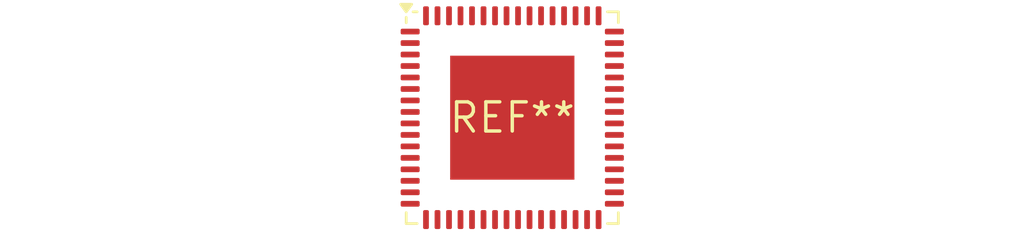
<source format=kicad_pcb>
(kicad_pcb (version 20240108) (generator pcbnew)
  (layers (0 "F.Cu" signal) (31 "B.Cu" signal) (34 "B.Paste" user) (35 "F.Paste" user) (36 "B.SilkS" user "B.Silkscreen") (37 "F.SilkS" user "F.Silkscreen") (38 "B.Mask" user) (39 "F.Mask" user) (44 "Edge.Cuts" user))
  (net 0 "")
  (footprint "VQFN-64-1EP_9x9mm_P0.5mm_EP5.4x5.4mm" (layer "F.Cu") (at 0 0)
    (property "Reference" "REF**")
    (property "Value" "VQFN-64-1EP_9x9mm_P0.5mm_EP5.4x5.4mm")
    (fp_line (start -4.61 -4.135) (end -4.61 -4.37) (layer "F.SilkS") (stroke (width 0.12)))
    (fp_line (start -4.61 4.61) (end -4.61 4.135) (layer "F.SilkS") (stroke (width 0.12)))
    (fp_line (start -4.135 -4.61) (end -4.31 -4.61) (layer "F.SilkS") (stroke (width 0.12)))
    (fp_line (start -4.135 4.61) (end -4.61 4.61) (layer "F.SilkS") (stroke (width 0.12)))
    (fp_line (start 4.135 -4.61) (end 4.61 -4.61) (layer "F.SilkS") (stroke (width 0.12)))
    (fp_line (start 4.135 4.61) (end 4.61 4.61) (layer "F.SilkS") (stroke (width 0.12)))
    (fp_line (start 4.61 -4.61) (end 4.61 -4.135) (layer "F.SilkS") (stroke (width 0.12)))
    (fp_line (start 4.61 4.61) (end 4.61 4.135) (layer "F.SilkS") (stroke (width 0.12)))
    (fp_poly (pts (xy -4.61 -4.61) (xy -4.85 -4.94) (xy -4.37 -4.94) (xy -4.61 -4.61)) (layer "F.SilkS") (stroke (width 0.12)) (fill solid))
    (pad "1" smd roundrect (at -4.4375 -3.75) (size 0.825 0.25) (layers "F.Cu" "F.Paste" "F.Mask"))
    (pad "2" smd roundrect (at -4.4375 -3.25) (size 0.825 0.25) (layers "F.Cu" "F.Paste" "F.Mask"))
    (pad "3" smd roundrect (at -4.4375 -2.75) (size 0.825 0.25) (layers "F.Cu" "F.Paste" "F.Mask"))
    (pad "4" smd roundrect (at -4.4375 -2.25) (size 0.825 0.25) (layers "F.Cu" "F.Paste" "F.Mask"))
    (pad "5" smd roundrect (at -4.4375 -1.75) (size 0.825 0.25) (layers "F.Cu" "F.Paste" "F.Mask"))
    (pad "6" smd roundrect (at -4.4375 -1.25) (size 0.825 0.25) (layers "F.Cu" "F.Paste" "F.Mask"))
    (pad "7" smd roundrect (at -4.4375 -0.75) (size 0.825 0.25) (layers "F.Cu" "F.Paste" "F.Mask"))
    (pad "8" smd roundrect (at -4.4375 -0.25) (size 0.825 0.25) (layers "F.Cu" "F.Paste" "F.Mask"))
    (pad "9" smd roundrect (at -4.4375 0.25) (size 0.825 0.25) (layers "F.Cu" "F.Paste" "F.Mask"))
    (pad "10" smd roundrect (at -4.4375 0.75) (size 0.825 0.25) (layers "F.Cu" "F.Paste" "F.Mask"))
    (pad "11" smd roundrect (at -4.4375 1.25) (size 0.825 0.25) (layers "F.Cu" "F.Paste" "F.Mask"))
    (pad "12" smd roundrect (at -4.4375 1.75) (size 0.825 0.25) (layers "F.Cu" "F.Paste" "F.Mask"))
    (pad "13" smd roundrect (at -4.4375 2.25) (size 0.825 0.25) (layers "F.Cu" "F.Paste" "F.Mask"))
    (pad "14" smd roundrect (at -4.4375 2.75) (size 0.825 0.25) (layers "F.Cu" "F.Paste" "F.Mask"))
    (pad "15" smd roundrect (at -4.4375 3.25) (size 0.825 0.25) (layers "F.Cu" "F.Paste" "F.Mask"))
    (pad "16" smd roundrect (at -4.4375 3.75) (size 0.825 0.25) (layers "F.Cu" "F.Paste" "F.Mask"))
    (pad "17" smd roundrect (at -3.75 4.4375) (size 0.25 0.825) (layers "F.Cu" "F.Paste" "F.Mask"))
    (pad "18" smd roundrect (at -3.25 4.4375) (size 0.25 0.825) (layers "F.Cu" "F.Paste" "F.Mask"))
    (pad "19" smd roundrect (at -2.75 4.4375) (size 0.25 0.825) (layers "F.Cu" "F.Paste" "F.Mask"))
    (pad "20" smd roundrect (at -2.25 4.4375) (size 0.25 0.825) (layers "F.Cu" "F.Paste" "F.Mask"))
    (pad "21" smd roundrect (at -1.75 4.4375) (size 0.25 0.825) (layers "F.Cu" "F.Paste" "F.Mask"))
    (pad "22" smd roundrect (at -1.25 4.4375) (size 0.25 0.825) (layers "F.Cu" "F.Paste" "F.Mask"))
    (pad "23" smd roundrect (at -0.75 4.4375) (size 0.25 0.825) (layers "F.Cu" "F.Paste" "F.Mask"))
    (pad "24" smd roundrect (at -0.25 4.4375) (size 0.25 0.825) (layers "F.Cu" "F.Paste" "F.Mask"))
    (pad "25" smd roundrect (at 0.25 4.4375) (size 0.25 0.825) (layers "F.Cu" "F.Paste" "F.Mask"))
    (pad "26" smd roundrect (at 0.75 4.4375) (size 0.25 0.825) (layers "F.Cu" "F.Paste" "F.Mask"))
    (pad "27" smd roundrect (at 1.25 4.4375) (size 0.25 0.825) (layers "F.Cu" "F.Paste" "F.Mask"))
    (pad "28" smd roundrect (at 1.75 4.4375) (size 0.25 0.825) (layers "F.Cu" "F.Paste" "F.Mask"))
    (pad "29" smd roundrect (at 2.25 4.4375) (size 0.25 0.825) (layers "F.Cu" "F.Paste" "F.Mask"))
    (pad "30" smd roundrect (at 2.75 4.4375) (size 0.25 0.825) (layers "F.Cu" "F.Paste" "F.Mask"))
    (pad "31" smd roundrect (at 3.25 4.4375) (size 0.25 0.825) (layers "F.Cu" "F.Paste" "F.Mask"))
    (pad "32" smd roundrect (at 3.75 4.4375) (size 0.25 0.825) (layers "F.Cu" "F.Paste" "F.Mask"))
    (pad "33" smd roundrect (at 4.4375 3.75) (size 0.825 0.25) (layers "F.Cu" "F.Paste" "F.Mask"))
    (pad "34" smd roundrect (at 4.4375 3.25) (size 0.825 0.25) (layers "F.Cu" "F.Paste" "F.Mask"))
    (pad "35" smd roundrect (at 4.4375 2.75) (size 0.825 0.25) (layers "F.Cu" "F.Paste" "F.Mask"))
    (pad "36" smd roundrect (at 4.4375 2.25) (size 0.825 0.25) (layers "F.Cu" "F.Paste" "F.Mask"))
    (pad "37" smd roundrect (at 4.4375 1.75) (size 0.825 0.25) (layers "F.Cu" "F.Paste" "F.Mask"))
    (pad "38" smd roundrect (at 4.4375 1.25) (size 0.825 0.25) (layers "F.Cu" "F.Paste" "F.Mask"))
    (pad "39" smd roundrect (at 4.4375 0.75) (size 0.825 0.25) (layers "F.Cu" "F.Paste" "F.Mask"))
    (pad "40" smd roundrect (at 4.4375 0.25) (size 0.825 0.25) (layers "F.Cu" "F.Paste" "F.Mask"))
    (pad "41" smd roundrect (at 4.4375 -0.25) (size 0.825 0.25) (layers "F.Cu" "F.Paste" "F.Mask"))
    (pad "42" smd roundrect (at 4.4375 -0.75) (size 0.825 0.25) (layers "F.Cu" "F.Paste" "F.Mask"))
    (pad "43" smd roundrect (at 4.4375 -1.25) (size 0.825 0.25) (layers "F.Cu" "F.Paste" "F.Mask"))
    (pad "44" smd roundrect (at 4.4375 -1.75) (size 0.825 0.25) (layers "F.Cu" "F.Paste" "F.Mask"))
    (pad "45" smd roundrect (at 4.4375 -2.25) (size 0.825 0.25) (layers "F.Cu" "F.Paste" "F.Mask"))
    (pad "46" smd roundrect (at 4.4375 -2.75) (size 0.825 0.25) (layers "F.Cu" "F.Paste" "F.Mask"))
    (pad "47" smd roundrect (at 4.4375 -3.25) (size 0.825 0.25) (layers "F.Cu" "F.Paste" "F.Mask"))
    (pad "48" smd roundrect (at 4.4375 -3.75) (size 0.825 0.25) (layers "F.Cu" "F.Paste" "F.Mask"))
    (pad "49" smd roundrect (at 3.75 -4.4375) (size 0.25 0.825) (layers "F.Cu" "F.Paste" "F.Mask"))
    (pad "50" smd roundrect (at 3.25 -4.4375) (size 0.25 0.825) (layers "F.Cu" "F.Paste" "F.Mask"))
    (pad "51" smd roundrect (at 2.75 -4.4375) (size 0.25 0.825) (layers "F.Cu" "F.Paste" "F.Mask"))
    (pad "52" smd roundrect (at 2.25 -4.4375) (size 0.25 0.825) (layers "F.Cu" "F.Paste" "F.Mask"))
    (pad "53" smd roundrect (at 1.75 -4.4375) (size 0.25 0.825) (layers "F.Cu" "F.Paste" "F.Mask"))
    (pad "54" smd roundrect (at 1.25 -4.4375) (size 0.25 0.825) (layers "F.Cu" "F.Paste" "F.Mask"))
    (pad "55" smd roundrect (at 0.75 -4.4375) (size 0.25 0.825) (layers "F.Cu" "F.Paste" "F.Mask"))
    (pad "56" smd roundrect (at 0.25 -4.4375) (size 0.25 0.825) (layers "F.Cu" "F.Paste" "F.Mask"))
    (pad "57" smd roundrect (at -0.25 -4.4375) (size 0.25 0.825) (layers "F.Cu" "F.Paste" "F.Mask"))
    (pad "58" smd roundrect (at -0.75 -4.4375) (size 0.25 0.825) (layers "F.Cu" "F.Paste" "F.Mask"))
    (pad "59" smd roundrect (at -1.25 -4.4375) (size 0.25 0.825) (layers "F.Cu" "F.Paste" "F.Mask"))
    (pad "60" smd roundrect (at -1.75 -4.4375) (size 0.25 0.825) (layers "F.Cu" "F.Paste" "F.Mask"))
    (pad "61" smd roundrect (at -2.25 -4.4375) (size 0.25 0.825) (layers "F.Cu" "F.Paste" "F.Mask"))
    (pad "62" smd roundrect (at -2.75 -4.4375) (size 0.25 0.825) (layers "F.Cu" "F.Paste" "F.Mask"))
    (pad "63" smd roundrect (at -3.25 -4.4375) (size 0.25 0.825) (layers "F.Cu" "F.Paste" "F.Mask"))
    (pad "64" smd roundrect (at -3.75 -4.4375) (size 0.25 0.825) (layers "F.Cu" "F.Paste" "F.Mask"))
    (pad "65" smd rect (at 0 0) (size 5.4 5.4) (layers "F.Cu" "F.Mask"))
  )
)
</source>
